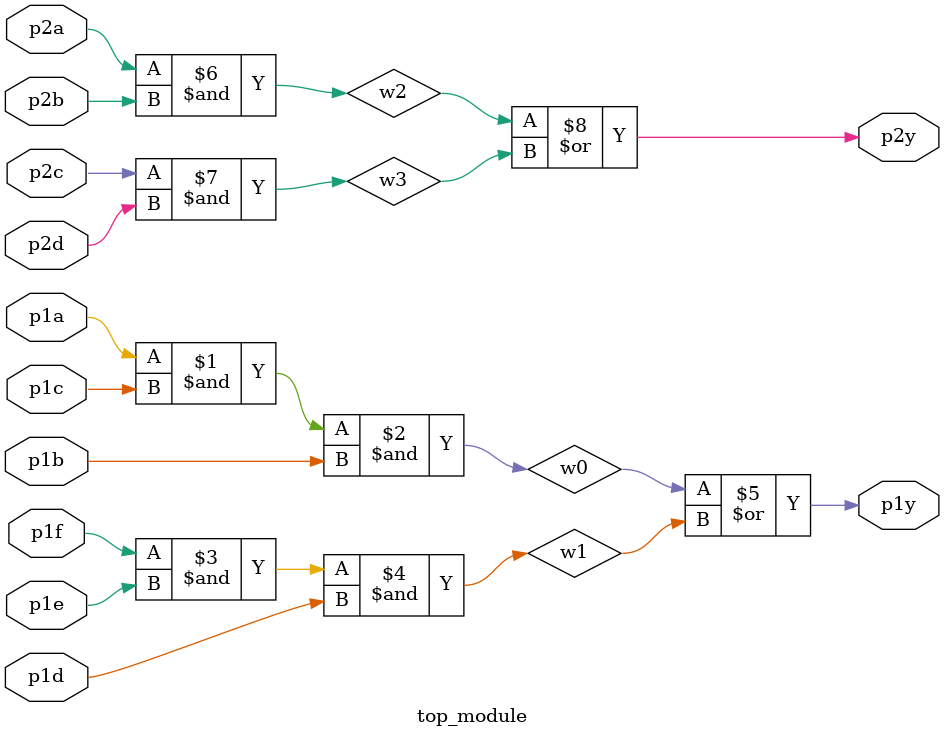
<source format=v>
module top_module ( 
    input p1a, p1b, p1c, p1d, p1e, p1f,
    output p1y,
    input p2a, p2b, p2c, p2d,
    output p2y );
    //Using wires:
    wire w0, w1, w2, w3;
    assign w0 = p1a & p1c & p1b;
    assign w1 = p1f & p1e & p1d;
    assign p1y = w0 | w1;
    assign w2 = p2a & p2b;
    assign w3 = p2c & p2d;
    assign p2y = w2 | w3;
    // Without using wires:
    // assign p1y = (p1a & p1c & p1b) | (p1f & p1e & p1d); 
    // assign p2y = (p2a & p2b) | (p2c & p2d);
endmodule

</source>
